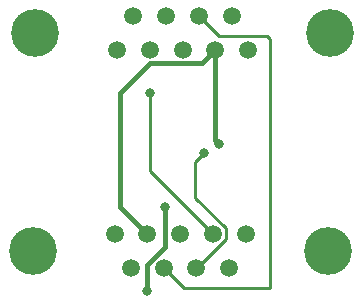
<source format=gbl>
%TF.GenerationSoftware,KiCad,Pcbnew,7.0.1-0*%
%TF.CreationDate,2023-04-20T21:53:40-04:00*%
%TF.ProjectId,Mousy,4d6f7573-792e-46b6-9963-61645f706362,rev?*%
%TF.SameCoordinates,Original*%
%TF.FileFunction,Copper,L2,Bot*%
%TF.FilePolarity,Positive*%
%FSLAX46Y46*%
G04 Gerber Fmt 4.6, Leading zero omitted, Abs format (unit mm)*
G04 Created by KiCad (PCBNEW 7.0.1-0) date 2023-04-20 21:53:40*
%MOMM*%
%LPD*%
G01*
G04 APERTURE LIST*
%TA.AperFunction,ComponentPad*%
%ADD10C,4.048000*%
%TD*%
%TA.AperFunction,ComponentPad*%
%ADD11C,1.498600*%
%TD*%
%TA.AperFunction,ViaPad*%
%ADD12C,0.800000*%
%TD*%
%TA.AperFunction,Conductor*%
%ADD13C,0.400000*%
%TD*%
%TA.AperFunction,Conductor*%
%ADD14C,0.250000*%
%TD*%
G04 APERTURE END LIST*
D10*
%TO.P,J2,11*%
%TO.N,N/C*%
X205740000Y-63500000D03*
%TO.P,J2,10*%
X180750000Y-63500000D03*
D11*
%TO.P,J2,9,9*%
%TO.N,/YMOVE_IN*%
X189090002Y-62080001D03*
%TO.P,J2,8,8*%
%TO.N,/YDIR_IN*%
X191860002Y-62080001D03*
%TO.P,J2,7,7*%
%TO.N,/BUTTON*%
X194630001Y-62080001D03*
%TO.P,J2,6,6*%
%TO.N,unconnected-(J2-Pad6)*%
X197400001Y-62080001D03*
%TO.P,J2,5,5*%
%TO.N,/XMOVE_IN*%
X187705001Y-64920000D03*
%TO.P,J2,4,4*%
%TO.N,/XDIR_IN*%
X190475000Y-64920000D03*
%TO.P,J2,3,3*%
%TO.N,GND*%
X193245000Y-64920000D03*
%TO.P,J2,2,2*%
%TO.N,VCC*%
X196015000Y-64920000D03*
%TO.P,J2,1,1*%
%TO.N,/MOUSE_ID*%
X198784999Y-64920000D03*
%TD*%
%TO.P,J1,1,1*%
%TO.N,/MOUSE_ID*%
X187500001Y-80520002D03*
%TO.P,J1,2,2*%
%TO.N,VCC*%
X190270000Y-80520002D03*
%TO.P,J1,3,3*%
%TO.N,GND*%
X193040000Y-80520002D03*
%TO.P,J1,4,4*%
%TO.N,/XDIR_OUT*%
X195810000Y-80520002D03*
%TO.P,J1,5,5*%
%TO.N,/XMOVE_OUT*%
X198579999Y-80520002D03*
%TO.P,J1,6,6*%
%TO.N,unconnected-(J1-Pad6)*%
X188884999Y-83360001D03*
%TO.P,J1,7,7*%
%TO.N,/BUTTON*%
X191654999Y-83360001D03*
%TO.P,J1,8,8*%
%TO.N,/YDIR_OUT*%
X194424998Y-83360001D03*
%TO.P,J1,9,9*%
%TO.N,/YMOVE_OUT*%
X197194998Y-83360001D03*
D10*
%TO.P,J1,10*%
%TO.N,N/C*%
X205535000Y-81940002D03*
%TO.P,J1,11*%
X180545000Y-81940002D03*
%TD*%
D12*
%TO.N,GND*%
X191770000Y-78232000D03*
X190246000Y-85344000D03*
%TO.N,VCC*%
X196342000Y-72898000D03*
%TO.N,/YDIR_OUT*%
X195072000Y-73660000D03*
%TO.N,/XDIR_OUT*%
X190500000Y-68580000D03*
%TD*%
D13*
%TO.N,GND*%
X191770000Y-81619644D02*
X190246000Y-83143644D01*
X191770000Y-78232000D02*
X191770000Y-81619644D01*
X190246000Y-83143644D02*
X190246000Y-85344000D01*
D14*
%TO.N,/YDIR_OUT*%
X194310000Y-74422000D02*
X194310000Y-77470000D01*
X196884300Y-80964992D02*
X194489291Y-83360001D01*
X194310000Y-77470000D02*
X196884300Y-80044300D01*
X196884300Y-80044300D02*
X196884300Y-80964992D01*
X195072000Y-73660000D02*
X194310000Y-74422000D01*
X194489291Y-83360001D02*
X194424998Y-83360001D01*
%TO.N,/BUTTON*%
X194630001Y-62080001D02*
X196304000Y-63754000D01*
X196304000Y-63754000D02*
X200406000Y-63754000D01*
X193384998Y-85090000D02*
X191654999Y-83360001D01*
X200406000Y-63754000D02*
X200660000Y-64008000D01*
X200660000Y-85090000D02*
X193384998Y-85090000D01*
X200660000Y-64008000D02*
X200660000Y-85090000D01*
D13*
%TO.N,VCC*%
X196015000Y-72571000D02*
X196342000Y-72898000D01*
X196015000Y-64920000D02*
X196015000Y-72571000D01*
X196015000Y-64920000D02*
X194865700Y-66069300D01*
X194865700Y-66069300D02*
X190470700Y-66069300D01*
X187976057Y-78226059D02*
X190270000Y-80520002D01*
X190470700Y-66069300D02*
X187976057Y-68563943D01*
X187976057Y-68563943D02*
X187976057Y-78226059D01*
D14*
%TO.N,/XDIR_OUT*%
X190500000Y-68580000D02*
X190500000Y-75210002D01*
X190500000Y-75210002D02*
X195810000Y-80520002D01*
%TD*%
M02*

</source>
